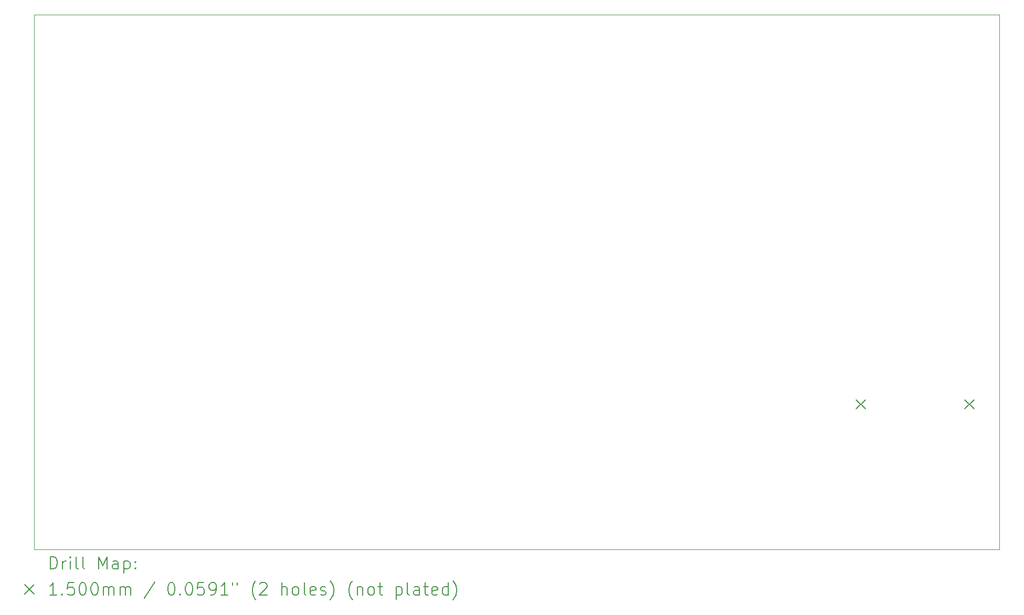
<source format=gbr>
%TF.GenerationSoftware,KiCad,Pcbnew,8.0.8*%
%TF.CreationDate,2025-02-25T19:49:39+01:00*%
%TF.ProjectId,Overlord,4f766572-6c6f-4726-942e-6b696361645f,rev?*%
%TF.SameCoordinates,Original*%
%TF.FileFunction,Drillmap*%
%TF.FilePolarity,Positive*%
%FSLAX45Y45*%
G04 Gerber Fmt 4.5, Leading zero omitted, Abs format (unit mm)*
G04 Created by KiCad (PCBNEW 8.0.8) date 2025-02-25 19:49:39*
%MOMM*%
%LPD*%
G01*
G04 APERTURE LIST*
%ADD10C,0.050000*%
%ADD11C,0.200000*%
%ADD12C,0.150000*%
G04 APERTURE END LIST*
D10*
X2510000Y-11160000D02*
X2510000Y-2530000D01*
X2510000Y-2530000D02*
X18080000Y-2530000D01*
X18080000Y-2530000D02*
X18080000Y-11160000D01*
X18080000Y-11160000D02*
X2510000Y-11160000D01*
D11*
D12*
X15765000Y-8743000D02*
X15915000Y-8893000D01*
X15915000Y-8743000D02*
X15765000Y-8893000D01*
X17522000Y-8743000D02*
X17672000Y-8893000D01*
X17672000Y-8743000D02*
X17522000Y-8893000D01*
D11*
X2768277Y-11473984D02*
X2768277Y-11273984D01*
X2768277Y-11273984D02*
X2815896Y-11273984D01*
X2815896Y-11273984D02*
X2844467Y-11283508D01*
X2844467Y-11283508D02*
X2863515Y-11302555D01*
X2863515Y-11302555D02*
X2873039Y-11321603D01*
X2873039Y-11321603D02*
X2882562Y-11359698D01*
X2882562Y-11359698D02*
X2882562Y-11388269D01*
X2882562Y-11388269D02*
X2873039Y-11426365D01*
X2873039Y-11426365D02*
X2863515Y-11445412D01*
X2863515Y-11445412D02*
X2844467Y-11464460D01*
X2844467Y-11464460D02*
X2815896Y-11473984D01*
X2815896Y-11473984D02*
X2768277Y-11473984D01*
X2968277Y-11473984D02*
X2968277Y-11340650D01*
X2968277Y-11378746D02*
X2977801Y-11359698D01*
X2977801Y-11359698D02*
X2987324Y-11350174D01*
X2987324Y-11350174D02*
X3006372Y-11340650D01*
X3006372Y-11340650D02*
X3025420Y-11340650D01*
X3092086Y-11473984D02*
X3092086Y-11340650D01*
X3092086Y-11273984D02*
X3082562Y-11283508D01*
X3082562Y-11283508D02*
X3092086Y-11293031D01*
X3092086Y-11293031D02*
X3101610Y-11283508D01*
X3101610Y-11283508D02*
X3092086Y-11273984D01*
X3092086Y-11273984D02*
X3092086Y-11293031D01*
X3215896Y-11473984D02*
X3196848Y-11464460D01*
X3196848Y-11464460D02*
X3187324Y-11445412D01*
X3187324Y-11445412D02*
X3187324Y-11273984D01*
X3320658Y-11473984D02*
X3301610Y-11464460D01*
X3301610Y-11464460D02*
X3292086Y-11445412D01*
X3292086Y-11445412D02*
X3292086Y-11273984D01*
X3549229Y-11473984D02*
X3549229Y-11273984D01*
X3549229Y-11273984D02*
X3615896Y-11416841D01*
X3615896Y-11416841D02*
X3682562Y-11273984D01*
X3682562Y-11273984D02*
X3682562Y-11473984D01*
X3863515Y-11473984D02*
X3863515Y-11369222D01*
X3863515Y-11369222D02*
X3853991Y-11350174D01*
X3853991Y-11350174D02*
X3834943Y-11340650D01*
X3834943Y-11340650D02*
X3796848Y-11340650D01*
X3796848Y-11340650D02*
X3777801Y-11350174D01*
X3863515Y-11464460D02*
X3844467Y-11473984D01*
X3844467Y-11473984D02*
X3796848Y-11473984D01*
X3796848Y-11473984D02*
X3777801Y-11464460D01*
X3777801Y-11464460D02*
X3768277Y-11445412D01*
X3768277Y-11445412D02*
X3768277Y-11426365D01*
X3768277Y-11426365D02*
X3777801Y-11407317D01*
X3777801Y-11407317D02*
X3796848Y-11397793D01*
X3796848Y-11397793D02*
X3844467Y-11397793D01*
X3844467Y-11397793D02*
X3863515Y-11388269D01*
X3958753Y-11340650D02*
X3958753Y-11540650D01*
X3958753Y-11350174D02*
X3977801Y-11340650D01*
X3977801Y-11340650D02*
X4015896Y-11340650D01*
X4015896Y-11340650D02*
X4034943Y-11350174D01*
X4034943Y-11350174D02*
X4044467Y-11359698D01*
X4044467Y-11359698D02*
X4053991Y-11378746D01*
X4053991Y-11378746D02*
X4053991Y-11435888D01*
X4053991Y-11435888D02*
X4044467Y-11454936D01*
X4044467Y-11454936D02*
X4034943Y-11464460D01*
X4034943Y-11464460D02*
X4015896Y-11473984D01*
X4015896Y-11473984D02*
X3977801Y-11473984D01*
X3977801Y-11473984D02*
X3958753Y-11464460D01*
X4139705Y-11454936D02*
X4149229Y-11464460D01*
X4149229Y-11464460D02*
X4139705Y-11473984D01*
X4139705Y-11473984D02*
X4130182Y-11464460D01*
X4130182Y-11464460D02*
X4139705Y-11454936D01*
X4139705Y-11454936D02*
X4139705Y-11473984D01*
X4139705Y-11350174D02*
X4149229Y-11359698D01*
X4149229Y-11359698D02*
X4139705Y-11369222D01*
X4139705Y-11369222D02*
X4130182Y-11359698D01*
X4130182Y-11359698D02*
X4139705Y-11350174D01*
X4139705Y-11350174D02*
X4139705Y-11369222D01*
D12*
X2357500Y-11727500D02*
X2507500Y-11877500D01*
X2507500Y-11727500D02*
X2357500Y-11877500D01*
D11*
X2873039Y-11893984D02*
X2758753Y-11893984D01*
X2815896Y-11893984D02*
X2815896Y-11693984D01*
X2815896Y-11693984D02*
X2796848Y-11722555D01*
X2796848Y-11722555D02*
X2777801Y-11741603D01*
X2777801Y-11741603D02*
X2758753Y-11751127D01*
X2958753Y-11874936D02*
X2968277Y-11884460D01*
X2968277Y-11884460D02*
X2958753Y-11893984D01*
X2958753Y-11893984D02*
X2949229Y-11884460D01*
X2949229Y-11884460D02*
X2958753Y-11874936D01*
X2958753Y-11874936D02*
X2958753Y-11893984D01*
X3149229Y-11693984D02*
X3053991Y-11693984D01*
X3053991Y-11693984D02*
X3044467Y-11789222D01*
X3044467Y-11789222D02*
X3053991Y-11779698D01*
X3053991Y-11779698D02*
X3073039Y-11770174D01*
X3073039Y-11770174D02*
X3120658Y-11770174D01*
X3120658Y-11770174D02*
X3139705Y-11779698D01*
X3139705Y-11779698D02*
X3149229Y-11789222D01*
X3149229Y-11789222D02*
X3158753Y-11808269D01*
X3158753Y-11808269D02*
X3158753Y-11855888D01*
X3158753Y-11855888D02*
X3149229Y-11874936D01*
X3149229Y-11874936D02*
X3139705Y-11884460D01*
X3139705Y-11884460D02*
X3120658Y-11893984D01*
X3120658Y-11893984D02*
X3073039Y-11893984D01*
X3073039Y-11893984D02*
X3053991Y-11884460D01*
X3053991Y-11884460D02*
X3044467Y-11874936D01*
X3282562Y-11693984D02*
X3301610Y-11693984D01*
X3301610Y-11693984D02*
X3320658Y-11703508D01*
X3320658Y-11703508D02*
X3330182Y-11713031D01*
X3330182Y-11713031D02*
X3339705Y-11732079D01*
X3339705Y-11732079D02*
X3349229Y-11770174D01*
X3349229Y-11770174D02*
X3349229Y-11817793D01*
X3349229Y-11817793D02*
X3339705Y-11855888D01*
X3339705Y-11855888D02*
X3330182Y-11874936D01*
X3330182Y-11874936D02*
X3320658Y-11884460D01*
X3320658Y-11884460D02*
X3301610Y-11893984D01*
X3301610Y-11893984D02*
X3282562Y-11893984D01*
X3282562Y-11893984D02*
X3263515Y-11884460D01*
X3263515Y-11884460D02*
X3253991Y-11874936D01*
X3253991Y-11874936D02*
X3244467Y-11855888D01*
X3244467Y-11855888D02*
X3234943Y-11817793D01*
X3234943Y-11817793D02*
X3234943Y-11770174D01*
X3234943Y-11770174D02*
X3244467Y-11732079D01*
X3244467Y-11732079D02*
X3253991Y-11713031D01*
X3253991Y-11713031D02*
X3263515Y-11703508D01*
X3263515Y-11703508D02*
X3282562Y-11693984D01*
X3473039Y-11693984D02*
X3492086Y-11693984D01*
X3492086Y-11693984D02*
X3511134Y-11703508D01*
X3511134Y-11703508D02*
X3520658Y-11713031D01*
X3520658Y-11713031D02*
X3530182Y-11732079D01*
X3530182Y-11732079D02*
X3539705Y-11770174D01*
X3539705Y-11770174D02*
X3539705Y-11817793D01*
X3539705Y-11817793D02*
X3530182Y-11855888D01*
X3530182Y-11855888D02*
X3520658Y-11874936D01*
X3520658Y-11874936D02*
X3511134Y-11884460D01*
X3511134Y-11884460D02*
X3492086Y-11893984D01*
X3492086Y-11893984D02*
X3473039Y-11893984D01*
X3473039Y-11893984D02*
X3453991Y-11884460D01*
X3453991Y-11884460D02*
X3444467Y-11874936D01*
X3444467Y-11874936D02*
X3434943Y-11855888D01*
X3434943Y-11855888D02*
X3425420Y-11817793D01*
X3425420Y-11817793D02*
X3425420Y-11770174D01*
X3425420Y-11770174D02*
X3434943Y-11732079D01*
X3434943Y-11732079D02*
X3444467Y-11713031D01*
X3444467Y-11713031D02*
X3453991Y-11703508D01*
X3453991Y-11703508D02*
X3473039Y-11693984D01*
X3625420Y-11893984D02*
X3625420Y-11760650D01*
X3625420Y-11779698D02*
X3634943Y-11770174D01*
X3634943Y-11770174D02*
X3653991Y-11760650D01*
X3653991Y-11760650D02*
X3682563Y-11760650D01*
X3682563Y-11760650D02*
X3701610Y-11770174D01*
X3701610Y-11770174D02*
X3711134Y-11789222D01*
X3711134Y-11789222D02*
X3711134Y-11893984D01*
X3711134Y-11789222D02*
X3720658Y-11770174D01*
X3720658Y-11770174D02*
X3739705Y-11760650D01*
X3739705Y-11760650D02*
X3768277Y-11760650D01*
X3768277Y-11760650D02*
X3787324Y-11770174D01*
X3787324Y-11770174D02*
X3796848Y-11789222D01*
X3796848Y-11789222D02*
X3796848Y-11893984D01*
X3892086Y-11893984D02*
X3892086Y-11760650D01*
X3892086Y-11779698D02*
X3901610Y-11770174D01*
X3901610Y-11770174D02*
X3920658Y-11760650D01*
X3920658Y-11760650D02*
X3949229Y-11760650D01*
X3949229Y-11760650D02*
X3968277Y-11770174D01*
X3968277Y-11770174D02*
X3977801Y-11789222D01*
X3977801Y-11789222D02*
X3977801Y-11893984D01*
X3977801Y-11789222D02*
X3987324Y-11770174D01*
X3987324Y-11770174D02*
X4006372Y-11760650D01*
X4006372Y-11760650D02*
X4034943Y-11760650D01*
X4034943Y-11760650D02*
X4053991Y-11770174D01*
X4053991Y-11770174D02*
X4063515Y-11789222D01*
X4063515Y-11789222D02*
X4063515Y-11893984D01*
X4453991Y-11684460D02*
X4282563Y-11941603D01*
X4711134Y-11693984D02*
X4730182Y-11693984D01*
X4730182Y-11693984D02*
X4749229Y-11703508D01*
X4749229Y-11703508D02*
X4758753Y-11713031D01*
X4758753Y-11713031D02*
X4768277Y-11732079D01*
X4768277Y-11732079D02*
X4777801Y-11770174D01*
X4777801Y-11770174D02*
X4777801Y-11817793D01*
X4777801Y-11817793D02*
X4768277Y-11855888D01*
X4768277Y-11855888D02*
X4758753Y-11874936D01*
X4758753Y-11874936D02*
X4749229Y-11884460D01*
X4749229Y-11884460D02*
X4730182Y-11893984D01*
X4730182Y-11893984D02*
X4711134Y-11893984D01*
X4711134Y-11893984D02*
X4692087Y-11884460D01*
X4692087Y-11884460D02*
X4682563Y-11874936D01*
X4682563Y-11874936D02*
X4673039Y-11855888D01*
X4673039Y-11855888D02*
X4663515Y-11817793D01*
X4663515Y-11817793D02*
X4663515Y-11770174D01*
X4663515Y-11770174D02*
X4673039Y-11732079D01*
X4673039Y-11732079D02*
X4682563Y-11713031D01*
X4682563Y-11713031D02*
X4692087Y-11703508D01*
X4692087Y-11703508D02*
X4711134Y-11693984D01*
X4863515Y-11874936D02*
X4873039Y-11884460D01*
X4873039Y-11884460D02*
X4863515Y-11893984D01*
X4863515Y-11893984D02*
X4853991Y-11884460D01*
X4853991Y-11884460D02*
X4863515Y-11874936D01*
X4863515Y-11874936D02*
X4863515Y-11893984D01*
X4996848Y-11693984D02*
X5015896Y-11693984D01*
X5015896Y-11693984D02*
X5034944Y-11703508D01*
X5034944Y-11703508D02*
X5044468Y-11713031D01*
X5044468Y-11713031D02*
X5053991Y-11732079D01*
X5053991Y-11732079D02*
X5063515Y-11770174D01*
X5063515Y-11770174D02*
X5063515Y-11817793D01*
X5063515Y-11817793D02*
X5053991Y-11855888D01*
X5053991Y-11855888D02*
X5044468Y-11874936D01*
X5044468Y-11874936D02*
X5034944Y-11884460D01*
X5034944Y-11884460D02*
X5015896Y-11893984D01*
X5015896Y-11893984D02*
X4996848Y-11893984D01*
X4996848Y-11893984D02*
X4977801Y-11884460D01*
X4977801Y-11884460D02*
X4968277Y-11874936D01*
X4968277Y-11874936D02*
X4958753Y-11855888D01*
X4958753Y-11855888D02*
X4949229Y-11817793D01*
X4949229Y-11817793D02*
X4949229Y-11770174D01*
X4949229Y-11770174D02*
X4958753Y-11732079D01*
X4958753Y-11732079D02*
X4968277Y-11713031D01*
X4968277Y-11713031D02*
X4977801Y-11703508D01*
X4977801Y-11703508D02*
X4996848Y-11693984D01*
X5244468Y-11693984D02*
X5149229Y-11693984D01*
X5149229Y-11693984D02*
X5139706Y-11789222D01*
X5139706Y-11789222D02*
X5149229Y-11779698D01*
X5149229Y-11779698D02*
X5168277Y-11770174D01*
X5168277Y-11770174D02*
X5215896Y-11770174D01*
X5215896Y-11770174D02*
X5234944Y-11779698D01*
X5234944Y-11779698D02*
X5244468Y-11789222D01*
X5244468Y-11789222D02*
X5253991Y-11808269D01*
X5253991Y-11808269D02*
X5253991Y-11855888D01*
X5253991Y-11855888D02*
X5244468Y-11874936D01*
X5244468Y-11874936D02*
X5234944Y-11884460D01*
X5234944Y-11884460D02*
X5215896Y-11893984D01*
X5215896Y-11893984D02*
X5168277Y-11893984D01*
X5168277Y-11893984D02*
X5149229Y-11884460D01*
X5149229Y-11884460D02*
X5139706Y-11874936D01*
X5349229Y-11893984D02*
X5387325Y-11893984D01*
X5387325Y-11893984D02*
X5406372Y-11884460D01*
X5406372Y-11884460D02*
X5415896Y-11874936D01*
X5415896Y-11874936D02*
X5434944Y-11846365D01*
X5434944Y-11846365D02*
X5444468Y-11808269D01*
X5444468Y-11808269D02*
X5444468Y-11732079D01*
X5444468Y-11732079D02*
X5434944Y-11713031D01*
X5434944Y-11713031D02*
X5425420Y-11703508D01*
X5425420Y-11703508D02*
X5406372Y-11693984D01*
X5406372Y-11693984D02*
X5368277Y-11693984D01*
X5368277Y-11693984D02*
X5349229Y-11703508D01*
X5349229Y-11703508D02*
X5339706Y-11713031D01*
X5339706Y-11713031D02*
X5330182Y-11732079D01*
X5330182Y-11732079D02*
X5330182Y-11779698D01*
X5330182Y-11779698D02*
X5339706Y-11798746D01*
X5339706Y-11798746D02*
X5349229Y-11808269D01*
X5349229Y-11808269D02*
X5368277Y-11817793D01*
X5368277Y-11817793D02*
X5406372Y-11817793D01*
X5406372Y-11817793D02*
X5425420Y-11808269D01*
X5425420Y-11808269D02*
X5434944Y-11798746D01*
X5434944Y-11798746D02*
X5444468Y-11779698D01*
X5634944Y-11893984D02*
X5520658Y-11893984D01*
X5577801Y-11893984D02*
X5577801Y-11693984D01*
X5577801Y-11693984D02*
X5558753Y-11722555D01*
X5558753Y-11722555D02*
X5539706Y-11741603D01*
X5539706Y-11741603D02*
X5520658Y-11751127D01*
X5711134Y-11693984D02*
X5711134Y-11732079D01*
X5787325Y-11693984D02*
X5787325Y-11732079D01*
X6082563Y-11970174D02*
X6073039Y-11960650D01*
X6073039Y-11960650D02*
X6053991Y-11932079D01*
X6053991Y-11932079D02*
X6044468Y-11913031D01*
X6044468Y-11913031D02*
X6034944Y-11884460D01*
X6034944Y-11884460D02*
X6025420Y-11836841D01*
X6025420Y-11836841D02*
X6025420Y-11798746D01*
X6025420Y-11798746D02*
X6034944Y-11751127D01*
X6034944Y-11751127D02*
X6044468Y-11722555D01*
X6044468Y-11722555D02*
X6053991Y-11703508D01*
X6053991Y-11703508D02*
X6073039Y-11674936D01*
X6073039Y-11674936D02*
X6082563Y-11665412D01*
X6149229Y-11713031D02*
X6158753Y-11703508D01*
X6158753Y-11703508D02*
X6177801Y-11693984D01*
X6177801Y-11693984D02*
X6225420Y-11693984D01*
X6225420Y-11693984D02*
X6244468Y-11703508D01*
X6244468Y-11703508D02*
X6253991Y-11713031D01*
X6253991Y-11713031D02*
X6263515Y-11732079D01*
X6263515Y-11732079D02*
X6263515Y-11751127D01*
X6263515Y-11751127D02*
X6253991Y-11779698D01*
X6253991Y-11779698D02*
X6139706Y-11893984D01*
X6139706Y-11893984D02*
X6263515Y-11893984D01*
X6501610Y-11893984D02*
X6501610Y-11693984D01*
X6587325Y-11893984D02*
X6587325Y-11789222D01*
X6587325Y-11789222D02*
X6577801Y-11770174D01*
X6577801Y-11770174D02*
X6558753Y-11760650D01*
X6558753Y-11760650D02*
X6530182Y-11760650D01*
X6530182Y-11760650D02*
X6511134Y-11770174D01*
X6511134Y-11770174D02*
X6501610Y-11779698D01*
X6711134Y-11893984D02*
X6692087Y-11884460D01*
X6692087Y-11884460D02*
X6682563Y-11874936D01*
X6682563Y-11874936D02*
X6673039Y-11855888D01*
X6673039Y-11855888D02*
X6673039Y-11798746D01*
X6673039Y-11798746D02*
X6682563Y-11779698D01*
X6682563Y-11779698D02*
X6692087Y-11770174D01*
X6692087Y-11770174D02*
X6711134Y-11760650D01*
X6711134Y-11760650D02*
X6739706Y-11760650D01*
X6739706Y-11760650D02*
X6758753Y-11770174D01*
X6758753Y-11770174D02*
X6768277Y-11779698D01*
X6768277Y-11779698D02*
X6777801Y-11798746D01*
X6777801Y-11798746D02*
X6777801Y-11855888D01*
X6777801Y-11855888D02*
X6768277Y-11874936D01*
X6768277Y-11874936D02*
X6758753Y-11884460D01*
X6758753Y-11884460D02*
X6739706Y-11893984D01*
X6739706Y-11893984D02*
X6711134Y-11893984D01*
X6892087Y-11893984D02*
X6873039Y-11884460D01*
X6873039Y-11884460D02*
X6863515Y-11865412D01*
X6863515Y-11865412D02*
X6863515Y-11693984D01*
X7044468Y-11884460D02*
X7025420Y-11893984D01*
X7025420Y-11893984D02*
X6987325Y-11893984D01*
X6987325Y-11893984D02*
X6968277Y-11884460D01*
X6968277Y-11884460D02*
X6958753Y-11865412D01*
X6958753Y-11865412D02*
X6958753Y-11789222D01*
X6958753Y-11789222D02*
X6968277Y-11770174D01*
X6968277Y-11770174D02*
X6987325Y-11760650D01*
X6987325Y-11760650D02*
X7025420Y-11760650D01*
X7025420Y-11760650D02*
X7044468Y-11770174D01*
X7044468Y-11770174D02*
X7053991Y-11789222D01*
X7053991Y-11789222D02*
X7053991Y-11808269D01*
X7053991Y-11808269D02*
X6958753Y-11827317D01*
X7130182Y-11884460D02*
X7149230Y-11893984D01*
X7149230Y-11893984D02*
X7187325Y-11893984D01*
X7187325Y-11893984D02*
X7206372Y-11884460D01*
X7206372Y-11884460D02*
X7215896Y-11865412D01*
X7215896Y-11865412D02*
X7215896Y-11855888D01*
X7215896Y-11855888D02*
X7206372Y-11836841D01*
X7206372Y-11836841D02*
X7187325Y-11827317D01*
X7187325Y-11827317D02*
X7158753Y-11827317D01*
X7158753Y-11827317D02*
X7139706Y-11817793D01*
X7139706Y-11817793D02*
X7130182Y-11798746D01*
X7130182Y-11798746D02*
X7130182Y-11789222D01*
X7130182Y-11789222D02*
X7139706Y-11770174D01*
X7139706Y-11770174D02*
X7158753Y-11760650D01*
X7158753Y-11760650D02*
X7187325Y-11760650D01*
X7187325Y-11760650D02*
X7206372Y-11770174D01*
X7282563Y-11970174D02*
X7292087Y-11960650D01*
X7292087Y-11960650D02*
X7311134Y-11932079D01*
X7311134Y-11932079D02*
X7320658Y-11913031D01*
X7320658Y-11913031D02*
X7330182Y-11884460D01*
X7330182Y-11884460D02*
X7339706Y-11836841D01*
X7339706Y-11836841D02*
X7339706Y-11798746D01*
X7339706Y-11798746D02*
X7330182Y-11751127D01*
X7330182Y-11751127D02*
X7320658Y-11722555D01*
X7320658Y-11722555D02*
X7311134Y-11703508D01*
X7311134Y-11703508D02*
X7292087Y-11674936D01*
X7292087Y-11674936D02*
X7282563Y-11665412D01*
X7644468Y-11970174D02*
X7634944Y-11960650D01*
X7634944Y-11960650D02*
X7615896Y-11932079D01*
X7615896Y-11932079D02*
X7606372Y-11913031D01*
X7606372Y-11913031D02*
X7596849Y-11884460D01*
X7596849Y-11884460D02*
X7587325Y-11836841D01*
X7587325Y-11836841D02*
X7587325Y-11798746D01*
X7587325Y-11798746D02*
X7596849Y-11751127D01*
X7596849Y-11751127D02*
X7606372Y-11722555D01*
X7606372Y-11722555D02*
X7615896Y-11703508D01*
X7615896Y-11703508D02*
X7634944Y-11674936D01*
X7634944Y-11674936D02*
X7644468Y-11665412D01*
X7720658Y-11760650D02*
X7720658Y-11893984D01*
X7720658Y-11779698D02*
X7730182Y-11770174D01*
X7730182Y-11770174D02*
X7749230Y-11760650D01*
X7749230Y-11760650D02*
X7777801Y-11760650D01*
X7777801Y-11760650D02*
X7796849Y-11770174D01*
X7796849Y-11770174D02*
X7806372Y-11789222D01*
X7806372Y-11789222D02*
X7806372Y-11893984D01*
X7930182Y-11893984D02*
X7911134Y-11884460D01*
X7911134Y-11884460D02*
X7901611Y-11874936D01*
X7901611Y-11874936D02*
X7892087Y-11855888D01*
X7892087Y-11855888D02*
X7892087Y-11798746D01*
X7892087Y-11798746D02*
X7901611Y-11779698D01*
X7901611Y-11779698D02*
X7911134Y-11770174D01*
X7911134Y-11770174D02*
X7930182Y-11760650D01*
X7930182Y-11760650D02*
X7958753Y-11760650D01*
X7958753Y-11760650D02*
X7977801Y-11770174D01*
X7977801Y-11770174D02*
X7987325Y-11779698D01*
X7987325Y-11779698D02*
X7996849Y-11798746D01*
X7996849Y-11798746D02*
X7996849Y-11855888D01*
X7996849Y-11855888D02*
X7987325Y-11874936D01*
X7987325Y-11874936D02*
X7977801Y-11884460D01*
X7977801Y-11884460D02*
X7958753Y-11893984D01*
X7958753Y-11893984D02*
X7930182Y-11893984D01*
X8053992Y-11760650D02*
X8130182Y-11760650D01*
X8082563Y-11693984D02*
X8082563Y-11865412D01*
X8082563Y-11865412D02*
X8092087Y-11884460D01*
X8092087Y-11884460D02*
X8111134Y-11893984D01*
X8111134Y-11893984D02*
X8130182Y-11893984D01*
X8349230Y-11760650D02*
X8349230Y-11960650D01*
X8349230Y-11770174D02*
X8368277Y-11760650D01*
X8368277Y-11760650D02*
X8406373Y-11760650D01*
X8406373Y-11760650D02*
X8425420Y-11770174D01*
X8425420Y-11770174D02*
X8434944Y-11779698D01*
X8434944Y-11779698D02*
X8444468Y-11798746D01*
X8444468Y-11798746D02*
X8444468Y-11855888D01*
X8444468Y-11855888D02*
X8434944Y-11874936D01*
X8434944Y-11874936D02*
X8425420Y-11884460D01*
X8425420Y-11884460D02*
X8406373Y-11893984D01*
X8406373Y-11893984D02*
X8368277Y-11893984D01*
X8368277Y-11893984D02*
X8349230Y-11884460D01*
X8558754Y-11893984D02*
X8539706Y-11884460D01*
X8539706Y-11884460D02*
X8530182Y-11865412D01*
X8530182Y-11865412D02*
X8530182Y-11693984D01*
X8720658Y-11893984D02*
X8720658Y-11789222D01*
X8720658Y-11789222D02*
X8711135Y-11770174D01*
X8711135Y-11770174D02*
X8692087Y-11760650D01*
X8692087Y-11760650D02*
X8653992Y-11760650D01*
X8653992Y-11760650D02*
X8634944Y-11770174D01*
X8720658Y-11884460D02*
X8701611Y-11893984D01*
X8701611Y-11893984D02*
X8653992Y-11893984D01*
X8653992Y-11893984D02*
X8634944Y-11884460D01*
X8634944Y-11884460D02*
X8625420Y-11865412D01*
X8625420Y-11865412D02*
X8625420Y-11846365D01*
X8625420Y-11846365D02*
X8634944Y-11827317D01*
X8634944Y-11827317D02*
X8653992Y-11817793D01*
X8653992Y-11817793D02*
X8701611Y-11817793D01*
X8701611Y-11817793D02*
X8720658Y-11808269D01*
X8787325Y-11760650D02*
X8863515Y-11760650D01*
X8815896Y-11693984D02*
X8815896Y-11865412D01*
X8815896Y-11865412D02*
X8825420Y-11884460D01*
X8825420Y-11884460D02*
X8844468Y-11893984D01*
X8844468Y-11893984D02*
X8863515Y-11893984D01*
X9006373Y-11884460D02*
X8987325Y-11893984D01*
X8987325Y-11893984D02*
X8949230Y-11893984D01*
X8949230Y-11893984D02*
X8930182Y-11884460D01*
X8930182Y-11884460D02*
X8920658Y-11865412D01*
X8920658Y-11865412D02*
X8920658Y-11789222D01*
X8920658Y-11789222D02*
X8930182Y-11770174D01*
X8930182Y-11770174D02*
X8949230Y-11760650D01*
X8949230Y-11760650D02*
X8987325Y-11760650D01*
X8987325Y-11760650D02*
X9006373Y-11770174D01*
X9006373Y-11770174D02*
X9015896Y-11789222D01*
X9015896Y-11789222D02*
X9015896Y-11808269D01*
X9015896Y-11808269D02*
X8920658Y-11827317D01*
X9187325Y-11893984D02*
X9187325Y-11693984D01*
X9187325Y-11884460D02*
X9168277Y-11893984D01*
X9168277Y-11893984D02*
X9130182Y-11893984D01*
X9130182Y-11893984D02*
X9111135Y-11884460D01*
X9111135Y-11884460D02*
X9101611Y-11874936D01*
X9101611Y-11874936D02*
X9092087Y-11855888D01*
X9092087Y-11855888D02*
X9092087Y-11798746D01*
X9092087Y-11798746D02*
X9101611Y-11779698D01*
X9101611Y-11779698D02*
X9111135Y-11770174D01*
X9111135Y-11770174D02*
X9130182Y-11760650D01*
X9130182Y-11760650D02*
X9168277Y-11760650D01*
X9168277Y-11760650D02*
X9187325Y-11770174D01*
X9263516Y-11970174D02*
X9273039Y-11960650D01*
X9273039Y-11960650D02*
X9292087Y-11932079D01*
X9292087Y-11932079D02*
X9301611Y-11913031D01*
X9301611Y-11913031D02*
X9311135Y-11884460D01*
X9311135Y-11884460D02*
X9320658Y-11836841D01*
X9320658Y-11836841D02*
X9320658Y-11798746D01*
X9320658Y-11798746D02*
X9311135Y-11751127D01*
X9311135Y-11751127D02*
X9301611Y-11722555D01*
X9301611Y-11722555D02*
X9292087Y-11703508D01*
X9292087Y-11703508D02*
X9273039Y-11674936D01*
X9273039Y-11674936D02*
X9263516Y-11665412D01*
M02*

</source>
